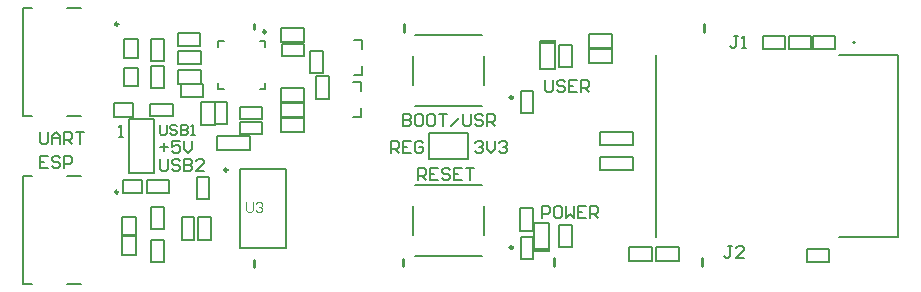
<source format=gto>
G04*
G04 #@! TF.GenerationSoftware,Altium Limited,Altium Designer,24.5.2 (23)*
G04*
G04 Layer_Color=65535*
%FSLAX25Y25*%
%MOIN*%
G70*
G04*
G04 #@! TF.SameCoordinates,93A3EEE5-7AF5-460B-8448-28A0194370DD*
G04*
G04*
G04 #@! TF.FilePolarity,Positive*
G04*
G01*
G75*
%ADD10C,0.00984*%
%ADD11C,0.00787*%
%ADD12C,0.01000*%
%ADD13C,0.00600*%
%ADD14C,0.00500*%
%ADD15C,0.00394*%
%ADD16R,0.05600X0.01456*%
D10*
X66189Y41992D02*
G03*
X66189Y41992I-492J0D01*
G01*
X29783Y90571D02*
G03*
X29783Y90571I-492J0D01*
G01*
X78992Y88000D02*
G03*
X78992Y88000I-492J0D01*
G01*
X29783Y34587D02*
G03*
X29783Y34587I-492J0D01*
G01*
X161358Y16142D02*
G03*
X161358Y16142I-492J0D01*
G01*
Y66142D02*
G03*
X161358Y66142I-492J0D01*
G01*
D11*
X275394Y84500D02*
G03*
X275394Y84500I-394J0D01*
G01*
X70323Y15811D02*
X85677D01*
X70323Y42189D02*
X85677D01*
Y15811D02*
Y42189D01*
X70323Y15811D02*
Y42189D01*
X12559Y95984D02*
X17480D01*
X-1909D02*
X945D01*
X-1909Y60000D02*
Y95984D01*
X12559Y60000D02*
X17480D01*
X-1909D02*
X945D01*
X63126Y69126D02*
Y71095D01*
Y69126D02*
X65095D01*
X78874D02*
Y71095D01*
X76906Y69126D02*
X78874D01*
X63126Y82906D02*
Y84874D01*
X65095D01*
X78874Y82906D02*
Y84874D01*
X76906D02*
X78874D01*
X12559Y40000D02*
X17480D01*
X-1909D02*
X945D01*
X-1909Y4016D02*
Y40000D01*
X12559Y4016D02*
X17480D01*
X-1909D02*
X945D01*
X108000Y59791D02*
X110559D01*
Y62646D01*
X108000Y71209D02*
X110559D01*
Y68354D02*
Y71209D01*
X108500Y73791D02*
X111059D01*
Y76646D01*
X108500Y85209D02*
X111059D01*
Y82354D02*
Y85209D01*
X128878Y13189D02*
X151122D01*
X128189Y20177D02*
Y29823D01*
X128878Y36811D02*
X151122D01*
X151811Y20177D02*
Y29823D01*
X128878Y63189D02*
X151122D01*
X128189Y70177D02*
Y79823D01*
X128878Y86811D02*
X151122D01*
X151811Y70177D02*
Y79823D01*
D12*
X224500Y10000D02*
Y12500D01*
X174905Y10122D02*
Y12622D01*
X74905Y9622D02*
Y12122D01*
X124705Y9822D02*
Y12322D01*
X224905Y88122D02*
Y90622D01*
X125000Y88000D02*
Y90500D01*
X75000Y89000D02*
Y90500D01*
D13*
X40493Y59900D02*
X47893D01*
X40493D02*
Y64100D01*
X47893D01*
Y59900D02*
Y64100D01*
X201499Y41987D02*
Y46387D01*
X193899D02*
X201499D01*
X193899Y41987D02*
X201499D01*
X190300Y50300D02*
Y54700D01*
Y50300D02*
X197900D01*
X190300Y54700D02*
X197900D01*
X190499Y41987D02*
Y46387D01*
Y41987D02*
X198099D01*
X190499Y46387D02*
X198099D01*
X70300Y53900D02*
X77700D01*
X70300D02*
Y58100D01*
X77700D01*
Y53900D02*
Y58100D01*
X186700Y82200D02*
X194300D01*
Y77800D02*
Y82200D01*
X186700Y77800D02*
X194300D01*
X186700D02*
Y82200D01*
Y87200D02*
X194300D01*
Y82800D02*
Y87200D01*
X186700Y82800D02*
X194300D01*
X186700D02*
Y87200D01*
X146500Y45750D02*
Y54250D01*
X133500D02*
X146500D01*
X133500Y45750D02*
X146500D01*
X133500D02*
Y54250D01*
X66100Y48800D02*
X73700D01*
X66100Y53200D02*
X73700D01*
Y48800D02*
Y53200D01*
X62700D02*
X70300D01*
X62700Y48800D02*
X70300D01*
X62700D02*
Y53200D01*
X77700Y58900D02*
Y63100D01*
X70300D02*
X77700D01*
X70300Y58900D02*
Y63100D01*
Y58900D02*
X77700D01*
X259300Y11400D02*
Y15600D01*
Y11400D02*
X266700D01*
Y15600D01*
X259300D02*
X266700D01*
X268700Y82400D02*
Y86600D01*
X261300D02*
X268700D01*
X261300Y82400D02*
Y86600D01*
Y82400D02*
X268700D01*
X181200Y76200D02*
Y83800D01*
X176800Y76200D02*
X181200D01*
X176800D02*
Y83800D01*
X181200D01*
Y16200D02*
Y23800D01*
X176800Y16200D02*
X181200D01*
X176800D02*
Y23800D01*
X181200D01*
X84200Y84800D02*
X91800D01*
X84200D02*
Y89200D01*
X91800D01*
Y84800D02*
Y89200D01*
X49700Y75200D02*
X57300D01*
Y70800D02*
Y75200D01*
X49700Y70800D02*
X57300D01*
X49700D02*
Y75200D01*
Y81600D02*
X57300D01*
Y77200D02*
Y81600D01*
X49700Y77200D02*
X57300D01*
X49700D02*
Y81600D01*
X57500Y57101D02*
Y64701D01*
X61900D01*
Y57101D02*
Y64701D01*
X57500Y57101D02*
X61900D01*
X168500Y14900D02*
Y24300D01*
X173500D01*
Y14900D02*
Y24300D01*
X168500Y14900D02*
X173500D01*
X175500Y75700D02*
Y85100D01*
X170500Y75700D02*
X175500D01*
X170500D02*
Y85100D01*
X175500D01*
X84200Y59200D02*
X91800D01*
Y54800D02*
Y59200D01*
X84200Y54800D02*
X91800D01*
X84200D02*
Y59200D01*
Y69200D02*
X91800D01*
Y64800D02*
Y69200D01*
X84200Y64800D02*
X91800D01*
X84200D02*
Y69200D01*
X91700Y79900D02*
Y84100D01*
X84300D02*
X91700D01*
X84300Y79900D02*
Y84100D01*
Y79900D02*
X91700D01*
X61900Y57300D02*
X66100D01*
Y64700D01*
X61900D02*
X66100D01*
X61900Y57300D02*
Y64700D01*
X50800Y66400D02*
Y70600D01*
Y66400D02*
X58200D01*
Y70600D01*
X50800D02*
X58200D01*
X31700Y69900D02*
Y76100D01*
X36300D01*
Y69900D02*
Y76100D01*
X31700Y69900D02*
X36300D01*
Y79400D02*
Y85600D01*
X31700Y79400D02*
X36300D01*
X31700D02*
Y85600D01*
X36300D01*
X28400Y64300D02*
X34600D01*
Y59700D02*
Y64300D01*
X28400Y59700D02*
X34600D01*
X28400D02*
Y64300D01*
X40800Y78200D02*
Y85800D01*
X45200D01*
Y78200D02*
Y85800D01*
X40800Y78200D02*
X45200D01*
Y69200D02*
Y76800D01*
X40800Y69200D02*
X45200D01*
X40800D02*
Y76800D01*
X45200D01*
X49700Y83300D02*
Y87500D01*
Y83300D02*
X57100D01*
Y87500D01*
X49700D02*
X57100D01*
X84200Y64200D02*
X91800D01*
Y59800D02*
Y64200D01*
X84200Y59800D02*
X91800D01*
X84200D02*
Y64200D01*
X46700Y34400D02*
Y38600D01*
X39300D02*
X46700D01*
X39300Y34400D02*
Y38600D01*
Y34400D02*
X46700D01*
X33250Y59000D02*
X41750D01*
Y41000D02*
Y59000D01*
X33250Y41000D02*
X41750D01*
X33250D02*
Y59000D01*
X56400Y26200D02*
X60600D01*
X56400Y18800D02*
Y26200D01*
Y18800D02*
X60600D01*
Y26200D01*
X50900D02*
X55100D01*
X50900Y18800D02*
Y26200D01*
Y18800D02*
X55100D01*
Y26200D01*
X55900Y32300D02*
X60100D01*
Y39700D01*
X55900D02*
X60100D01*
X55900Y32300D02*
Y39700D01*
X31200Y13679D02*
Y19880D01*
X35800D01*
Y13679D02*
Y19880D01*
X31200Y13679D02*
X35800D01*
Y20179D02*
Y26379D01*
X31200Y20179D02*
X35800D01*
X31200D02*
Y26379D01*
X35800D01*
X31400Y38800D02*
X37600D01*
Y34200D02*
Y38800D01*
X31400Y34200D02*
X37600D01*
X31400D02*
Y38800D01*
X40800Y22200D02*
Y29800D01*
X45200D01*
Y22200D02*
Y29800D01*
X40800Y22200D02*
X45200D01*
Y11200D02*
Y18800D01*
X40800Y11200D02*
X45200D01*
X40800D02*
Y18800D01*
X45200D01*
X244800Y82400D02*
Y86600D01*
Y82400D02*
X252200D01*
Y86600D01*
X244800D02*
X252200D01*
X260700Y82400D02*
Y86600D01*
X253300D02*
X260700D01*
X253300Y82400D02*
Y86600D01*
Y82400D02*
X260700D01*
X100200Y65700D02*
Y73300D01*
X95800Y65700D02*
X100200D01*
X95800D02*
Y73300D01*
X100200D01*
X163800Y21700D02*
Y29300D01*
X168200D01*
Y21700D02*
Y29300D01*
X163800Y21700D02*
X168200D01*
X93800Y74200D02*
Y81800D01*
X98200D01*
Y74200D02*
Y81800D01*
X93800Y74200D02*
X98200D01*
X200200Y11800D02*
X207800D01*
X200200D02*
Y16200D01*
X207800D01*
Y11800D02*
Y16200D01*
X209200Y11800D02*
X216800D01*
X209200D02*
Y16200D01*
X216800D01*
Y11800D02*
Y16200D01*
X163900Y12300D02*
X168100D01*
Y19700D01*
X163900D02*
X168100D01*
X163900Y12300D02*
Y19700D01*
Y60993D02*
X168100D01*
Y68393D01*
X163900D02*
X168100D01*
X163900Y60993D02*
Y68393D01*
X193700Y50300D02*
X201300D01*
X193700Y54700D02*
X201300D01*
Y50300D02*
Y54700D01*
X171100Y26100D02*
Y30099D01*
X173099D01*
X173766Y29432D01*
Y28099D01*
X173099Y27433D01*
X171100D01*
X177098Y30099D02*
X175765D01*
X175099Y29432D01*
Y26766D01*
X175765Y26100D01*
X177098D01*
X177764Y26766D01*
Y29432D01*
X177098Y30099D01*
X179097D02*
Y26100D01*
X180430Y27433D01*
X181763Y26100D01*
Y30099D01*
X185762D02*
X183096D01*
Y26100D01*
X185762D01*
X183096Y28099D02*
X184429D01*
X187095Y26100D02*
Y30099D01*
X189094D01*
X189761Y29432D01*
Y28099D01*
X189094Y27433D01*
X187095D01*
X188428D02*
X189761Y26100D01*
X172100Y72099D02*
Y68766D01*
X172766Y68100D01*
X174099D01*
X174766Y68766D01*
Y72099D01*
X178764Y71432D02*
X178098Y72099D01*
X176765D01*
X176099Y71432D01*
Y70766D01*
X176765Y70099D01*
X178098D01*
X178764Y69433D01*
Y68766D01*
X178098Y68100D01*
X176765D01*
X176099Y68766D01*
X182763Y72099D02*
X180097D01*
Y68100D01*
X182763D01*
X180097Y70099D02*
X181430D01*
X184096Y68100D02*
Y72099D01*
X186095D01*
X186762Y71432D01*
Y70099D01*
X186095Y69433D01*
X184096D01*
X185429D02*
X186762Y68100D01*
X129600Y38600D02*
Y42599D01*
X131599D01*
X132266Y41932D01*
Y40599D01*
X131599Y39933D01*
X129600D01*
X130933D02*
X132266Y38600D01*
X136265Y42599D02*
X133599D01*
Y38600D01*
X136265D01*
X133599Y40599D02*
X134932D01*
X140263Y41932D02*
X139597Y42599D01*
X138264D01*
X137597Y41932D01*
Y41266D01*
X138264Y40599D01*
X139597D01*
X140263Y39933D01*
Y39266D01*
X139597Y38600D01*
X138264D01*
X137597Y39266D01*
X144262Y42599D02*
X141596D01*
Y38600D01*
X144262D01*
X141596Y40599D02*
X142929D01*
X145595Y42599D02*
X148261D01*
X146928D01*
Y38600D01*
X124600Y60599D02*
Y56600D01*
X126599D01*
X127266Y57266D01*
Y57933D01*
X126599Y58599D01*
X124600D01*
X126599D01*
X127266Y59266D01*
Y59932D01*
X126599Y60599D01*
X124600D01*
X130598D02*
X129265D01*
X128599Y59932D01*
Y57266D01*
X129265Y56600D01*
X130598D01*
X131264Y57266D01*
Y59932D01*
X130598Y60599D01*
X134597D02*
X133264D01*
X132597Y59932D01*
Y57266D01*
X133264Y56600D01*
X134597D01*
X135263Y57266D01*
Y59932D01*
X134597Y60599D01*
X136596D02*
X139262D01*
X137929D01*
Y56600D01*
X140595D02*
X143261Y59266D01*
X144594Y60599D02*
Y57266D01*
X145260Y56600D01*
X146593D01*
X147259Y57266D01*
Y60599D01*
X151258Y59932D02*
X150592Y60599D01*
X149259D01*
X148592Y59932D01*
Y59266D01*
X149259Y58599D01*
X150592D01*
X151258Y57933D01*
Y57266D01*
X150592Y56600D01*
X149259D01*
X148592Y57266D01*
X152591Y56600D02*
Y60599D01*
X154590D01*
X155257Y59932D01*
Y58599D01*
X154590Y57933D01*
X152591D01*
X153924D02*
X155257Y56600D01*
X148600Y50932D02*
X149267Y51599D01*
X150599D01*
X151266Y50932D01*
Y50266D01*
X150599Y49599D01*
X149933D01*
X150599D01*
X151266Y48933D01*
Y48266D01*
X150599Y47600D01*
X149267D01*
X148600Y48266D01*
X152599Y51599D02*
Y48933D01*
X153932Y47600D01*
X155264Y48933D01*
Y51599D01*
X156597Y50932D02*
X157264Y51599D01*
X158597D01*
X159263Y50932D01*
Y50266D01*
X158597Y49599D01*
X157930D01*
X158597D01*
X159263Y48933D01*
Y48266D01*
X158597Y47600D01*
X157264D01*
X156597Y48266D01*
X120600Y47600D02*
Y51599D01*
X122599D01*
X123266Y50932D01*
Y49599D01*
X122599Y48933D01*
X120600D01*
X121933D02*
X123266Y47600D01*
X127264Y51599D02*
X124599D01*
Y47600D01*
X127264D01*
X124599Y49599D02*
X125932D01*
X131263Y50932D02*
X130597Y51599D01*
X129264D01*
X128597Y50932D01*
Y48266D01*
X129264Y47600D01*
X130597D01*
X131263Y48266D01*
Y49599D01*
X129930D01*
X43600Y45599D02*
Y42266D01*
X44266Y41600D01*
X45599D01*
X46266Y42266D01*
Y45599D01*
X50265Y44932D02*
X49598Y45599D01*
X48265D01*
X47599Y44932D01*
Y44266D01*
X48265Y43599D01*
X49598D01*
X50265Y42933D01*
Y42266D01*
X49598Y41600D01*
X48265D01*
X47599Y42266D01*
X51597Y45599D02*
Y41600D01*
X53597D01*
X54263Y42266D01*
Y42933D01*
X53597Y43599D01*
X51597D01*
X53597D01*
X54263Y44266D01*
Y44932D01*
X53597Y45599D01*
X51597D01*
X58262Y41600D02*
X55596D01*
X58262Y44266D01*
Y44932D01*
X57595Y45599D01*
X56263D01*
X55596Y44932D01*
X43600Y49599D02*
X46266D01*
X44933Y50932D02*
Y48266D01*
X50265Y51599D02*
X47599D01*
Y49599D01*
X48932Y50266D01*
X49598D01*
X50265Y49599D01*
Y48266D01*
X49598Y47600D01*
X48265D01*
X47599Y48266D01*
X51597Y51599D02*
Y48933D01*
X52930Y47600D01*
X54263Y48933D01*
Y51599D01*
X43600Y57099D02*
Y54183D01*
X44183Y53600D01*
X45349D01*
X45933Y54183D01*
Y57099D01*
X49431Y56516D02*
X48848Y57099D01*
X47682D01*
X47099Y56516D01*
Y55933D01*
X47682Y55349D01*
X48848D01*
X49431Y54766D01*
Y54183D01*
X48848Y53600D01*
X47682D01*
X47099Y54183D01*
X50598Y57099D02*
Y53600D01*
X52347D01*
X52930Y54183D01*
Y54766D01*
X52347Y55349D01*
X50598D01*
X52347D01*
X52930Y55933D01*
Y56516D01*
X52347Y57099D01*
X50598D01*
X54097Y53600D02*
X55263D01*
X54680D01*
Y57099D01*
X54097Y56516D01*
X3600Y54599D02*
Y51266D01*
X4266Y50600D01*
X5599D01*
X6266Y51266D01*
Y54599D01*
X7599Y50600D02*
Y53266D01*
X8932Y54599D01*
X10265Y53266D01*
Y50600D01*
Y52599D01*
X7599D01*
X11597Y50600D02*
Y54599D01*
X13597D01*
X14263Y53932D01*
Y52599D01*
X13597Y51933D01*
X11597D01*
X12930D02*
X14263Y50600D01*
X15596Y54599D02*
X18262D01*
X16929D01*
Y50600D01*
X6266Y46599D02*
X3600D01*
Y42600D01*
X6266D01*
X3600Y44599D02*
X4933D01*
X10265Y45932D02*
X9598Y46599D01*
X8265D01*
X7599Y45932D01*
Y45266D01*
X8265Y44599D01*
X9598D01*
X10265Y43933D01*
Y43266D01*
X9598Y42600D01*
X8265D01*
X7599Y43266D01*
X11597Y42600D02*
Y46599D01*
X13597D01*
X14263Y45932D01*
Y44599D01*
X13597Y43933D01*
X11597D01*
X234266Y16599D02*
X232933D01*
X233599D01*
Y13266D01*
X232933Y12600D01*
X232266D01*
X231600Y13266D01*
X238264Y12600D02*
X235599D01*
X238264Y15266D01*
Y15932D01*
X237598Y16599D01*
X236265D01*
X235599Y15932D01*
X236266Y86599D02*
X234933D01*
X235599D01*
Y83266D01*
X234933Y82600D01*
X234266D01*
X233600Y83266D01*
X237599Y82600D02*
X238932D01*
X238265D01*
Y86599D01*
X237599Y85932D01*
X30100Y53100D02*
X31433D01*
X30766D01*
Y57099D01*
X30100Y56432D01*
D14*
X269917Y80315D02*
X289799D01*
X209090Y19685D02*
Y80315D01*
X269917Y19685D02*
X289799D01*
Y80315D01*
D15*
X72500Y31149D02*
Y28525D01*
X73025Y28000D01*
X74074D01*
X74599Y28525D01*
Y31149D01*
X75649Y30624D02*
X76173Y31149D01*
X77223D01*
X77748Y30624D01*
Y30099D01*
X77223Y29574D01*
X76698D01*
X77223D01*
X77748Y29050D01*
Y28525D01*
X77223Y28000D01*
X76173D01*
X75649Y28525D01*
D16*
X171000Y15228D02*
D03*
X173000Y84772D02*
D03*
M02*

</source>
